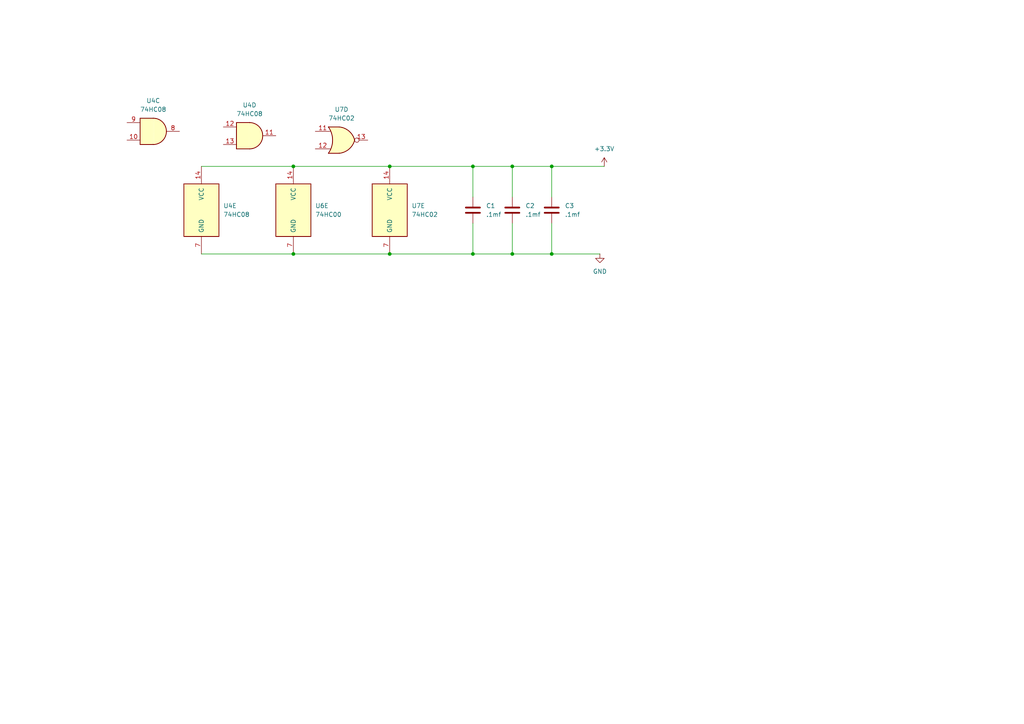
<source format=kicad_sch>
(kicad_sch
	(version 20231120)
	(generator "eeschema")
	(generator_version "8.0")
	(uuid "146b3de4-fe5f-4965-9764-405a4c96069f")
	(paper "A4")
	(lib_symbols
		(symbol "74xx:74HC00"
			(pin_names
				(offset 1.016)
			)
			(exclude_from_sim no)
			(in_bom yes)
			(on_board yes)
			(property "Reference" "U"
				(at 0 1.27 0)
				(effects
					(font
						(size 1.27 1.27)
					)
				)
			)
			(property "Value" "74HC00"
				(at 0 -1.27 0)
				(effects
					(font
						(size 1.27 1.27)
					)
				)
			)
			(property "Footprint" ""
				(at 0 0 0)
				(effects
					(font
						(size 1.27 1.27)
					)
					(hide yes)
				)
			)
			(property "Datasheet" "http://www.ti.com/lit/gpn/sn74hc00"
				(at 0 0 0)
				(effects
					(font
						(size 1.27 1.27)
					)
					(hide yes)
				)
			)
			(property "Description" "quad 2-input NAND gate"
				(at 0 0 0)
				(effects
					(font
						(size 1.27 1.27)
					)
					(hide yes)
				)
			)
			(property "ki_locked" ""
				(at 0 0 0)
				(effects
					(font
						(size 1.27 1.27)
					)
				)
			)
			(property "ki_keywords" "HCMOS nand 2-input"
				(at 0 0 0)
				(effects
					(font
						(size 1.27 1.27)
					)
					(hide yes)
				)
			)
			(property "ki_fp_filters" "DIP*W7.62mm* SO14*"
				(at 0 0 0)
				(effects
					(font
						(size 1.27 1.27)
					)
					(hide yes)
				)
			)
			(symbol "74HC00_1_1"
				(arc
					(start 0 -3.81)
					(mid 3.7934 0)
					(end 0 3.81)
					(stroke
						(width 0.254)
						(type default)
					)
					(fill
						(type background)
					)
				)
				(polyline
					(pts
						(xy 0 3.81) (xy -3.81 3.81) (xy -3.81 -3.81) (xy 0 -3.81)
					)
					(stroke
						(width 0.254)
						(type default)
					)
					(fill
						(type background)
					)
				)
				(pin input line
					(at -7.62 2.54 0)
					(length 3.81)
					(name "~"
						(effects
							(font
								(size 1.27 1.27)
							)
						)
					)
					(number "1"
						(effects
							(font
								(size 1.27 1.27)
							)
						)
					)
				)
				(pin input line
					(at -7.62 -2.54 0)
					(length 3.81)
					(name "~"
						(effects
							(font
								(size 1.27 1.27)
							)
						)
					)
					(number "2"
						(effects
							(font
								(size 1.27 1.27)
							)
						)
					)
				)
				(pin output inverted
					(at 7.62 0 180)
					(length 3.81)
					(name "~"
						(effects
							(font
								(size 1.27 1.27)
							)
						)
					)
					(number "3"
						(effects
							(font
								(size 1.27 1.27)
							)
						)
					)
				)
			)
			(symbol "74HC00_1_2"
				(arc
					(start -3.81 -3.81)
					(mid -2.589 0)
					(end -3.81 3.81)
					(stroke
						(width 0.254)
						(type default)
					)
					(fill
						(type none)
					)
				)
				(arc
					(start -0.6096 -3.81)
					(mid 2.1842 -2.5851)
					(end 3.81 0)
					(stroke
						(width 0.254)
						(type default)
					)
					(fill
						(type background)
					)
				)
				(polyline
					(pts
						(xy -3.81 -3.81) (xy -0.635 -3.81)
					)
					(stroke
						(width 0.254)
						(type default)
					)
					(fill
						(type background)
					)
				)
				(polyline
					(pts
						(xy -3.81 3.81) (xy -0.635 3.81)
					)
					(stroke
						(width 0.254)
						(type default)
					)
					(fill
						(type background)
					)
				)
				(polyline
					(pts
						(xy -0.635 3.81) (xy -3.81 3.81) (xy -3.81 3.81) (xy -3.556 3.4036) (xy -3.0226 2.2606) (xy -2.6924 1.0414)
						(xy -2.6162 -0.254) (xy -2.7686 -1.4986) (xy -3.175 -2.7178) (xy -3.81 -3.81) (xy -3.81 -3.81)
						(xy -0.635 -3.81)
					)
					(stroke
						(width -25.4)
						(type default)
					)
					(fill
						(type background)
					)
				)
				(arc
					(start 3.81 0)
					(mid 2.1915 2.5936)
					(end -0.6096 3.81)
					(stroke
						(width 0.254)
						(type default)
					)
					(fill
						(type background)
					)
				)
				(pin input inverted
					(at -7.62 2.54 0)
					(length 4.318)
					(name "~"
						(effects
							(font
								(size 1.27 1.27)
							)
						)
					)
					(number "1"
						(effects
							(font
								(size 1.27 1.27)
							)
						)
					)
				)
				(pin input inverted
					(at -7.62 -2.54 0)
					(length 4.318)
					(name "~"
						(effects
							(font
								(size 1.27 1.27)
							)
						)
					)
					(number "2"
						(effects
							(font
								(size 1.27 1.27)
							)
						)
					)
				)
				(pin output line
					(at 7.62 0 180)
					(length 3.81)
					(name "~"
						(effects
							(font
								(size 1.27 1.27)
							)
						)
					)
					(number "3"
						(effects
							(font
								(size 1.27 1.27)
							)
						)
					)
				)
			)
			(symbol "74HC00_2_1"
				(arc
					(start 0 -3.81)
					(mid 3.7934 0)
					(end 0 3.81)
					(stroke
						(width 0.254)
						(type default)
					)
					(fill
						(type background)
					)
				)
				(polyline
					(pts
						(xy 0 3.81) (xy -3.81 3.81) (xy -3.81 -3.81) (xy 0 -3.81)
					)
					(stroke
						(width 0.254)
						(type default)
					)
					(fill
						(type background)
					)
				)
				(pin input line
					(at -7.62 2.54 0)
					(length 3.81)
					(name "~"
						(effects
							(font
								(size 1.27 1.27)
							)
						)
					)
					(number "4"
						(effects
							(font
								(size 1.27 1.27)
							)
						)
					)
				)
				(pin input line
					(at -7.62 -2.54 0)
					(length 3.81)
					(name "~"
						(effects
							(font
								(size 1.27 1.27)
							)
						)
					)
					(number "5"
						(effects
							(font
								(size 1.27 1.27)
							)
						)
					)
				)
				(pin output inverted
					(at 7.62 0 180)
					(length 3.81)
					(name "~"
						(effects
							(font
								(size 1.27 1.27)
							)
						)
					)
					(number "6"
						(effects
							(font
								(size 1.27 1.27)
							)
						)
					)
				)
			)
			(symbol "74HC00_2_2"
				(arc
					(start -3.81 -3.81)
					(mid -2.589 0)
					(end -3.81 3.81)
					(stroke
						(width 0.254)
						(type default)
					)
					(fill
						(type none)
					)
				)
				(arc
					(start -0.6096 -3.81)
					(mid 2.1842 -2.5851)
					(end 3.81 0)
					(stroke
						(width 0.254)
						(type default)
					)
					(fill
						(type background)
					)
				)
				(polyline
					(pts
						(xy -3.81 -3.81) (xy -0.635 -3.81)
					)
					(stroke
						(width 0.254)
						(type default)
					)
					(fill
						(type background)
					)
				)
				(polyline
					(pts
						(xy -3.81 3.81) (xy -0.635 3.81)
					)
					(stroke
						(width 0.254)
						(type default)
					)
					(fill
						(type background)
					)
				)
				(polyline
					(pts
						(xy -0.635 3.81) (xy -3.81 3.81) (xy -3.81 3.81) (xy -3.556 3.4036) (xy -3.0226 2.2606) (xy -2.6924 1.0414)
						(xy -2.6162 -0.254) (xy -2.7686 -1.4986) (xy -3.175 -2.7178) (xy -3.81 -3.81) (xy -3.81 -3.81)
						(xy -0.635 -3.81)
					)
					(stroke
						(width -25.4)
						(type default)
					)
					(fill
						(type background)
					)
				)
				(arc
					(start 3.81 0)
					(mid 2.1915 2.5936)
					(end -0.6096 3.81)
					(stroke
						(width 0.254)
						(type default)
					)
					(fill
						(type background)
					)
				)
				(pin input inverted
					(at -7.62 2.54 0)
					(length 4.318)
					(name "~"
						(effects
							(font
								(size 1.27 1.27)
							)
						)
					)
					(number "4"
						(effects
							(font
								(size 1.27 1.27)
							)
						)
					)
				)
				(pin input inverted
					(at -7.62 -2.54 0)
					(length 4.318)
					(name "~"
						(effects
							(font
								(size 1.27 1.27)
							)
						)
					)
					(number "5"
						(effects
							(font
								(size 1.27 1.27)
							)
						)
					)
				)
				(pin output line
					(at 7.62 0 180)
					(length 3.81)
					(name "~"
						(effects
							(font
								(size 1.27 1.27)
							)
						)
					)
					(number "6"
						(effects
							(font
								(size 1.27 1.27)
							)
						)
					)
				)
			)
			(symbol "74HC00_3_1"
				(arc
					(start 0 -3.81)
					(mid 3.7934 0)
					(end 0 3.81)
					(stroke
						(width 0.254)
						(type default)
					)
					(fill
						(type background)
					)
				)
				(polyline
					(pts
						(xy 0 3.81) (xy -3.81 3.81) (xy -3.81 -3.81) (xy 0 -3.81)
					)
					(stroke
						(width 0.254)
						(type default)
					)
					(fill
						(type background)
					)
				)
				(pin input line
					(at -7.62 -2.54 0)
					(length 3.81)
					(name "~"
						(effects
							(font
								(size 1.27 1.27)
							)
						)
					)
					(number "10"
						(effects
							(font
								(size 1.27 1.27)
							)
						)
					)
				)
				(pin output inverted
					(at 7.62 0 180)
					(length 3.81)
					(name "~"
						(effects
							(font
								(size 1.27 1.27)
							)
						)
					)
					(number "8"
						(effects
							(font
								(size 1.27 1.27)
							)
						)
					)
				)
				(pin input line
					(at -7.62 2.54 0)
					(length 3.81)
					(name "~"
						(effects
							(font
								(size 1.27 1.27)
							)
						)
					)
					(number "9"
						(effects
							(font
								(size 1.27 1.27)
							)
						)
					)
				)
			)
			(symbol "74HC00_3_2"
				(arc
					(start -3.81 -3.81)
					(mid -2.589 0)
					(end -3.81 3.81)
					(stroke
						(width 0.254)
						(type default)
					)
					(fill
						(type none)
					)
				)
				(arc
					(start -0.6096 -3.81)
					(mid 2.1842 -2.5851)
					(end 3.81 0)
					(stroke
						(width 0.254)
						(type default)
					)
					(fill
						(type background)
					)
				)
				(polyline
					(pts
						(xy -3.81 -3.81) (xy -0.635 -3.81)
					)
					(stroke
						(width 0.254)
						(type default)
					)
					(fill
						(type background)
					)
				)
				(polyline
					(pts
						(xy -3.81 3.81) (xy -0.635 3.81)
					)
					(stroke
						(width 0.254)
						(type default)
					)
					(fill
						(type background)
					)
				)
				(polyline
					(pts
						(xy -0.635 3.81) (xy -3.81 3.81) (xy -3.81 3.81) (xy -3.556 3.4036) (xy -3.0226 2.2606) (xy -2.6924 1.0414)
						(xy -2.6162 -0.254) (xy -2.7686 -1.4986) (xy -3.175 -2.7178) (xy -3.81 -3.81) (xy -3.81 -3.81)
						(xy -0.635 -3.81)
					)
					(stroke
						(width -25.4)
						(type default)
					)
					(fill
						(type background)
					)
				)
				(arc
					(start 3.81 0)
					(mid 2.1915 2.5936)
					(end -0.6096 3.81)
					(stroke
						(width 0.254)
						(type default)
					)
					(fill
						(type background)
					)
				)
				(pin input inverted
					(at -7.62 -2.54 0)
					(length 4.318)
					(name "~"
						(effects
							(font
								(size 1.27 1.27)
							)
						)
					)
					(number "10"
						(effects
							(font
								(size 1.27 1.27)
							)
						)
					)
				)
				(pin output line
					(at 7.62 0 180)
					(length 3.81)
					(name "~"
						(effects
							(font
								(size 1.27 1.27)
							)
						)
					)
					(number "8"
						(effects
							(font
								(size 1.27 1.27)
							)
						)
					)
				)
				(pin input inverted
					(at -7.62 2.54 0)
					(length 4.318)
					(name "~"
						(effects
							(font
								(size 1.27 1.27)
							)
						)
					)
					(number "9"
						(effects
							(font
								(size 1.27 1.27)
							)
						)
					)
				)
			)
			(symbol "74HC00_4_1"
				(arc
					(start 0 -3.81)
					(mid 3.7934 0)
					(end 0 3.81)
					(stroke
						(width 0.254)
						(type default)
					)
					(fill
						(type background)
					)
				)
				(polyline
					(pts
						(xy 0 3.81) (xy -3.81 3.81) (xy -3.81 -3.81) (xy 0 -3.81)
					)
					(stroke
						(width 0.254)
						(type default)
					)
					(fill
						(type background)
					)
				)
				(pin output inverted
					(at 7.62 0 180)
					(length 3.81)
					(name "~"
						(effects
							(font
								(size 1.27 1.27)
							)
						)
					)
					(number "11"
						(effects
							(font
								(size 1.27 1.27)
							)
						)
					)
				)
				(pin input line
					(at -7.62 2.54 0)
					(length 3.81)
					(name "~"
						(effects
							(font
								(size 1.27 1.27)
							)
						)
					)
					(number "12"
						(effects
							(font
								(size 1.27 1.27)
							)
						)
					)
				)
				(pin input line
					(at -7.62 -2.54 0)
					(length 3.81)
					(name "~"
						(effects
							(font
								(size 1.27 1.27)
							)
						)
					)
					(number "13"
						(effects
							(font
								(size 1.27 1.27)
							)
						)
					)
				)
			)
			(symbol "74HC00_4_2"
				(arc
					(start -3.81 -3.81)
					(mid -2.589 0)
					(end -3.81 3.81)
					(stroke
						(width 0.254)
						(type default)
					)
					(fill
						(type none)
					)
				)
				(arc
					(start -0.6096 -3.81)
					(mid 2.1842 -2.5851)
					(end 3.81 0)
					(stroke
						(width 0.254)
						(type default)
					)
					(fill
						(type background)
					)
				)
				(polyline
					(pts
						(xy -3.81 -3.81) (xy -0.635 -3.81)
					)
					(stroke
						(width 0.254)
						(type default)
					)
					(fill
						(type background)
					)
				)
				(polyline
					(pts
						(xy -3.81 3.81) (xy -0.635 3.81)
					)
					(stroke
						(width 0.254)
						(type default)
					)
					(fill
						(type background)
					)
				)
				(polyline
					(pts
						(xy -0.635 3.81) (xy -3.81 3.81) (xy -3.81 3.81) (xy -3.556 3.4036) (xy -3.0226 2.2606) (xy -2.6924 1.0414)
						(xy -2.6162 -0.254) (xy -2.7686 -1.4986) (xy -3.175 -2.7178) (xy -3.81 -3.81) (xy -3.81 -3.81)
						(xy -0.635 -3.81)
					)
					(stroke
						(width -25.4)
						(type default)
					)
					(fill
						(type background)
					)
				)
				(arc
					(start 3.81 0)
					(mid 2.1915 2.5936)
					(end -0.6096 3.81)
					(stroke
						(width 0.254)
						(type default)
					)
					(fill
						(type background)
					)
				)
				(pin output line
					(at 7.62 0 180)
					(length 3.81)
					(name "~"
						(effects
							(font
								(size 1.27 1.27)
							)
						)
					)
					(number "11"
						(effects
							(font
								(size 1.27 1.27)
							)
						)
					)
				)
				(pin input inverted
					(at -7.62 2.54 0)
					(length 4.318)
					(name "~"
						(effects
							(font
								(size 1.27 1.27)
							)
						)
					)
					(number "12"
						(effects
							(font
								(size 1.27 1.27)
							)
						)
					)
				)
				(pin input inverted
					(at -7.62 -2.54 0)
					(length 4.318)
					(name "~"
						(effects
							(font
								(size 1.27 1.27)
							)
						)
					)
					(number "13"
						(effects
							(font
								(size 1.27 1.27)
							)
						)
					)
				)
			)
			(symbol "74HC00_5_0"
				(pin power_in line
					(at 0 12.7 270)
					(length 5.08)
					(name "VCC"
						(effects
							(font
								(size 1.27 1.27)
							)
						)
					)
					(number "14"
						(effects
							(font
								(size 1.27 1.27)
							)
						)
					)
				)
				(pin power_in line
					(at 0 -12.7 90)
					(length 5.08)
					(name "GND"
						(effects
							(font
								(size 1.27 1.27)
							)
						)
					)
					(number "7"
						(effects
							(font
								(size 1.27 1.27)
							)
						)
					)
				)
			)
			(symbol "74HC00_5_1"
				(rectangle
					(start -5.08 7.62)
					(end 5.08 -7.62)
					(stroke
						(width 0.254)
						(type default)
					)
					(fill
						(type background)
					)
				)
			)
		)
		(symbol "74xx:74HC02"
			(pin_names
				(offset 1.016)
			)
			(exclude_from_sim no)
			(in_bom yes)
			(on_board yes)
			(property "Reference" "U"
				(at 0 1.27 0)
				(effects
					(font
						(size 1.27 1.27)
					)
				)
			)
			(property "Value" "74HC02"
				(at 0 -1.27 0)
				(effects
					(font
						(size 1.27 1.27)
					)
				)
			)
			(property "Footprint" ""
				(at 0 0 0)
				(effects
					(font
						(size 1.27 1.27)
					)
					(hide yes)
				)
			)
			(property "Datasheet" "http://www.ti.com/lit/gpn/sn74hc02"
				(at 0 0 0)
				(effects
					(font
						(size 1.27 1.27)
					)
					(hide yes)
				)
			)
			(property "Description" "quad 2-input NOR gate"
				(at 0 0 0)
				(effects
					(font
						(size 1.27 1.27)
					)
					(hide yes)
				)
			)
			(property "ki_locked" ""
				(at 0 0 0)
				(effects
					(font
						(size 1.27 1.27)
					)
				)
			)
			(property "ki_keywords" "HCMOS Nor2"
				(at 0 0 0)
				(effects
					(font
						(size 1.27 1.27)
					)
					(hide yes)
				)
			)
			(property "ki_fp_filters" "SO14* DIP*W7.62mm*"
				(at 0 0 0)
				(effects
					(font
						(size 1.27 1.27)
					)
					(hide yes)
				)
			)
			(symbol "74HC02_1_1"
				(arc
					(start -3.81 -3.81)
					(mid -2.589 0)
					(end -3.81 3.81)
					(stroke
						(width 0.254)
						(type default)
					)
					(fill
						(type none)
					)
				)
				(arc
					(start -0.6096 -3.81)
					(mid 2.1842 -2.5851)
					(end 3.81 0)
					(stroke
						(width 0.254)
						(type default)
					)
					(fill
						(type background)
					)
				)
				(polyline
					(pts
						(xy -3.81 -3.81) (xy -0.635 -3.81)
					)
					(stroke
						(width 0.254)
						(type default)
					)
					(fill
						(type background)
					)
				)
				(polyline
					(pts
						(xy -3.81 3.81) (xy -0.635 3.81)
					)
					(stroke
						(width 0.254)
						(type default)
					)
					(fill
						(type background)
					)
				)
				(polyline
					(pts
						(xy -0.635 3.81) (xy -3.81 3.81) (xy -3.81 3.81) (xy -3.556 3.4036) (xy -3.0226 2.2606) (xy -2.6924 1.0414)
						(xy -2.6162 -0.254) (xy -2.7686 -1.4986) (xy -3.175 -2.7178) (xy -3.81 -3.81) (xy -3.81 -3.81)
						(xy -0.635 -3.81)
					)
					(stroke
						(width -25.4)
						(type default)
					)
					(fill
						(type background)
					)
				)
				(arc
					(start 3.81 0)
					(mid 2.1915 2.5936)
					(end -0.6096 3.81)
					(stroke
						(width 0.254)
						(type default)
					)
					(fill
						(type background)
					)
				)
				(pin output inverted
					(at 7.62 0 180)
					(length 3.81)
					(name "~"
						(effects
							(font
								(size 1.27 1.27)
							)
						)
					)
					(number "1"
						(effects
							(font
								(size 1.27 1.27)
							)
						)
					)
				)
				(pin input line
					(at -7.62 2.54 0)
					(length 4.318)
					(name "~"
						(effects
							(font
								(size 1.27 1.27)
							)
						)
					)
					(number "2"
						(effects
							(font
								(size 1.27 1.27)
							)
						)
					)
				)
				(pin input line
					(at -7.62 -2.54 0)
					(length 4.318)
					(name "~"
						(effects
							(font
								(size 1.27 1.27)
							)
						)
					)
					(number "3"
						(effects
							(font
								(size 1.27 1.27)
							)
						)
					)
				)
			)
			(symbol "74HC02_1_2"
				(arc
					(start 0 -3.81)
					(mid 3.7934 0)
					(end 0 3.81)
					(stroke
						(width 0.254)
						(type default)
					)
					(fill
						(type background)
					)
				)
				(polyline
					(pts
						(xy 0 3.81) (xy -3.81 3.81) (xy -3.81 -3.81) (xy 0 -3.81)
					)
					(stroke
						(width 0.254)
						(type default)
					)
					(fill
						(type background)
					)
				)
				(pin output line
					(at 7.62 0 180)
					(length 3.81)
					(name "~"
						(effects
							(font
								(size 1.27 1.27)
							)
						)
					)
					(number "1"
						(effects
							(font
								(size 1.27 1.27)
							)
						)
					)
				)
				(pin input inverted
					(at -7.62 2.54 0)
					(length 3.81)
					(name "~"
						(effects
							(font
								(size 1.27 1.27)
							)
						)
					)
					(number "2"
						(effects
							(font
								(size 1.27 1.27)
							)
						)
					)
				)
				(pin input inverted
					(at -7.62 -2.54 0)
					(length 3.81)
					(name "~"
						(effects
							(font
								(size 1.27 1.27)
							)
						)
					)
					(number "3"
						(effects
							(font
								(size 1.27 1.27)
							)
						)
					)
				)
			)
			(symbol "74HC02_2_1"
				(arc
					(start -3.81 -3.81)
					(mid -2.589 0)
					(end -3.81 3.81)
					(stroke
						(width 0.254)
						(type default)
					)
					(fill
						(type none)
					)
				)
				(arc
					(start -0.6096 -3.81)
					(mid 2.1842 -2.5851)
					(end 3.81 0)
					(stroke
						(width 0.254)
						(type default)
					)
					(fill
						(type background)
					)
				)
				(polyline
					(pts
						(xy -3.81 -3.81) (xy -0.635 -3.81)
					)
					(stroke
						(width 0.254)
						(type default)
					)
					(fill
						(type background)
					)
				)
				(polyline
					(pts
						(xy -3.81 3.81) (xy -0.635 3.81)
					)
					(stroke
						(width 0.254)
						(type default)
					)
					(fill
						(type background)
					)
				)
				(polyline
					(pts
						(xy -0.635 3.81) (xy -3.81 3.81) (xy -3.81 3.81) (xy -3.556 3.4036) (xy -3.0226 2.2606) (xy -2.6924 1.0414)
						(xy -2.6162 -0.254) (xy -2.7686 -1.4986) (xy -3.175 -2.7178) (xy -3.81 -3.81) (xy -3.81 -3.81)
						(xy -0.635 -3.81)
					)
					(stroke
						(width -25.4)
						(type default)
					)
					(fill
						(type background)
					)
				)
				(arc
					(start 3.81 0)
					(mid 2.1915 2.5936)
					(end -0.6096 3.81)
					(stroke
						(width 0.254)
						(type default)
					)
					(fill
						(type background)
					)
				)
				(pin output inverted
					(at 7.62 0 180)
					(length 3.81)
					(name "~"
						(effects
							(font
								(size 1.27 1.27)
							)
						)
					)
					(number "4"
						(effects
							(font
								(size 1.27 1.27)
							)
						)
					)
				)
				(pin input line
					(at -7.62 2.54 0)
					(length 4.318)
					(name "~"
						(effects
							(font
								(size 1.27 1.27)
							)
						)
					)
					(number "5"
						(effects
							(font
								(size 1.27 1.27)
							)
						)
					)
				)
				(pin input line
					(at -7.62 -2.54 0)
					(length 4.318)
					(name "~"
						(effects
							(font
								(size 1.27 1.27)
							)
						)
					)
					(number "6"
						(effects
							(font
								(size 1.27 1.27)
							)
						)
					)
				)
			)
			(symbol "74HC02_2_2"
				(arc
					(start 0 -3.81)
					(mid 3.7934 0)
					(end 0 3.81)
					(stroke
						(width 0.254)
						(type default)
					)
					(fill
						(type background)
					)
				)
				(polyline
					(pts
						(xy 0 3.81) (xy -3.81 3.81) (xy -3.81 -3.81) (xy 0 -3.81)
					)
					(stroke
						(width 0.254)
						(type default)
					)
					(fill
						(type background)
					)
				)
				(pin output line
					(at 7.62 0 180)
					(length 3.81)
					(name "~"
						(effects
							(font
								(size 1.27 1.27)
							)
						)
					)
					(number "4"
						(effects
							(font
								(size 1.27 1.27)
							)
						)
					)
				)
				(pin input inverted
					(at -7.62 2.54 0)
					(length 3.81)
					(name "~"
						(effects
							(font
								(size 1.27 1.27)
							)
						)
					)
					(number "5"
						(effects
							(font
								(size 1.27 1.27)
							)
						)
					)
				)
				(pin input inverted
					(at -7.62 -2.54 0)
					(length 3.81)
					(name "~"
						(effects
							(font
								(size 1.27 1.27)
							)
						)
					)
					(number "6"
						(effects
							(font
								(size 1.27 1.27)
							)
						)
					)
				)
			)
			(symbol "74HC02_3_1"
				(arc
					(start -3.81 -3.81)
					(mid -2.589 0)
					(end -3.81 3.81)
					(stroke
						(width 0.254)
						(type default)
					)
					(fill
						(type none)
					)
				)
				(arc
					(start -0.6096 -3.81)
					(mid 2.1842 -2.5851)
					(end 3.81 0)
					(stroke
						(width 0.254)
						(type default)
					)
					(fill
						(type background)
					)
				)
				(polyline
					(pts
						(xy -3.81 -3.81) (xy -0.635 -3.81)
					)
					(stroke
						(width 0.254)
						(type default)
					)
					(fill
						(type background)
					)
				)
				(polyline
					(pts
						(xy -3.81 3.81) (xy -0.635 3.81)
					)
					(stroke
						(width 0.254)
						(type default)
					)
					(fill
						(type background)
					)
				)
				(polyline
					(pts
						(xy -0.635 3.81) (xy -3.81 3.81) (xy -3.81 3.81) (xy -3.556 3.4036) (xy -3.0226 2.2606) (xy -2.6924 1.0414)
						(xy -2.6162 -0.254) (xy -2.7686 -1.4986) (xy -3.175 -2.7178) (xy -3.81 -3.81) (xy -3.81 -3.81)
						(xy -0.635 -3.81)
					)
					(stroke
						(width -25.4)
						(type default)
					)
					(fill
						(type background)
					)
				)
				(arc
					(start 3.81 0)
					(mid 2.1915 2.5936)
					(end -0.6096 3.81)
					(stroke
						(width 0.254)
						(type default)
					)
					(fill
						(type background)
					)
				)
				(pin output inverted
					(at 7.62 0 180)
					(length 3.81)
					(name "~"
						(effects
							(font
								(size 1.27 1.27)
							)
						)
					)
					(number "10"
						(effects
							(font
								(size 1.27 1.27)
							)
						)
					)
				)
				(pin input line
					(at -7.62 2.54 0)
					(length 4.318)
					(name "~"
						(effects
							(font
								(size 1.27 1.27)
							)
						)
					)
					(number "8"
						(effects
							(font
								(size 1.27 1.27)
							)
						)
					)
				)
				(pin input line
					(at -7.62 -2.54 0)
					(length 4.318)
					(name "~"
						(effects
							(font
								(size 1.27 1.27)
							)
						)
					)
					(number "9"
						(effects
							(font
								(size 1.27 1.27)
							)
						)
					)
				)
			)
			(symbol "74HC02_3_2"
				(arc
					(start 0 -3.81)
					(mid 3.7934 0)
					(end 0 3.81)
					(stroke
						(width 0.254)
						(type default)
					)
					(fill
						(type background)
					)
				)
				(polyline
					(pts
						(xy 0 3.81) (xy -3.81 3.81) (xy -3.81 -3.81) (xy 0 -3.81)
					)
					(stroke
						(width 0.254)
						(type default)
					)
					(fill
						(type background)
					)
				)
				(pin output line
					(at 7.62 0 180)
					(length 3.81)
					(name "~"
						(effects
							(font
								(size 1.27 1.27)
							)
						)
					)
					(number "10"
						(effects
							(font
								(size 1.27 1.27)
							)
						)
					)
				)
				(pin input inverted
					(at -7.62 2.54 0)
					(length 3.81)
					(name "~"
						(effects
							(font
								(size 1.27 1.27)
							)
						)
					)
					(number "8"
						(effects
							(font
								(size 1.27 1.27)
							)
						)
					)
				)
				(pin input inverted
					(at -7.62 -2.54 0)
					(length 3.81)
					(name "~"
						(effects
							(font
								(size 1.27 1.27)
							)
						)
					)
					(number "9"
						(effects
							(font
								(size 1.27 1.27)
							)
						)
					)
				)
			)
			(symbol "74HC02_4_1"
				(arc
					(start -3.81 -3.81)
					(mid -2.589 0)
					(end -3.81 3.81)
					(stroke
						(width 0.254)
						(type default)
					)
					(fill
						(type none)
					)
				)
				(arc
					(start -0.6096 -3.81)
					(mid 2.1842 -2.5851)
					(end 3.81 0)
					(stroke
						(width 0.254)
						(type default)
					)
					(fill
						(type background)
					)
				)
				(polyline
					(pts
						(xy -3.81 -3.81) (xy -0.635 -3.81)
					)
					(stroke
						(width 0.254)
						(type default)
					)
					(fill
						(type background)
					)
				)
				(polyline
					(pts
						(xy -3.81 3.81) (xy -0.635 3.81)
					)
					(stroke
						(width 0.254)
						(type default)
					)
					(fill
						(type background)
					)
				)
				(polyline
					(pts
						(xy -0.635 3.81) (xy -3.81 3.81) (xy -3.81 3.81) (xy -3.556 3.4036) (xy -3.0226 2.2606) (xy -2.6924 1.0414)
						(xy -2.6162 -0.254) (xy -2.7686 -1.4986) (xy -3.175 -2.7178) (xy -3.81 -3.81) (xy -3.81 -3.81)
						(xy -0.635 -3.81)
					)
					(stroke
						(width -25.4)
						(type default)
					)
					(fill
						(type background)
					)
				)
				(arc
					(start 3.81 0)
					(mid 2.1915 2.5936)
					(end -0.6096 3.81)
					(stroke
						(width 0.254)
						(type default)
					)
					(fill
						(type background)
					)
				)
				(pin input line
					(at -7.62 2.54 0)
					(length 4.318)
					(name "~"
						(effects
							(font
								(size 1.27 1.27)
							)
						)
					)
					(number "11"
						(effects
							(font
								(size 1.27 1.27)
							)
						)
					)
				)
				(pin input line
					(at -7.62 -2.54 0)
					(length 4.318)
					(name "~"
						(effects
							(font
								(size 1.27 1.27)
							)
						)
					)
					(number "12"
						(effects
							(font
								(size 1.27 1.27)
							)
						)
					)
				)
				(pin output inverted
					(at 7.62 0 180)
					(length 3.81)
					(name "~"
						(effects
							(font
								(size 1.27 1.27)
							)
						)
					)
					(number "13"
						(effects
							(font
								(size 1.27 1.27)
							)
						)
					)
				)
			)
			(symbol "74HC02_4_2"
				(arc
					(start 0 -3.81)
					(mid 3.7934 0)
					(end 0 3.81)
					(stroke
						(width 0.254)
						(type default)
					)
					(fill
						(type background)
					)
				)
				(polyline
					(pts
						(xy 0 3.81) (xy -3.81 3.81) (xy -3.81 -3.81) (xy 0 -3.81)
					)
					(stroke
						(width 0.254)
						(type default)
					)
					(fill
						(type background)
					)
				)
				(pin input inverted
					(at -7.62 2.54 0)
					(length 3.81)
					(name "~"
						(effects
							(font
								(size 1.27 1.27)
							)
						)
					)
					(number "11"
						(effects
							(font
								(size 1.27 1.27)
							)
						)
					)
				)
				(pin input inverted
					(at -7.62 -2.54 0)
					(length 3.81)
					(name "~"
						(effects
							(font
								(size 1.27 1.27)
							)
						)
					)
					(number "12"
						(effects
							(font
								(size 1.27 1.27)
							)
						)
					)
				)
				(pin output line
					(at 7.62 0 180)
					(length 3.81)
					(name "~"
						(effects
							(font
								(size 1.27 1.27)
							)
						)
					)
					(number "13"
						(effects
							(font
								(size 1.27 1.27)
							)
						)
					)
				)
			)
			(symbol "74HC02_5_0"
				(pin power_in line
					(at 0 12.7 270)
					(length 5.08)
					(name "VCC"
						(effects
							(font
								(size 1.27 1.27)
							)
						)
					)
					(number "14"
						(effects
							(font
								(size 1.27 1.27)
							)
						)
					)
				)
				(pin power_in line
					(at 0 -12.7 90)
					(length 5.08)
					(name "GND"
						(effects
							(font
								(size 1.27 1.27)
							)
						)
					)
					(number "7"
						(effects
							(font
								(size 1.27 1.27)
							)
						)
					)
				)
			)
			(symbol "74HC02_5_1"
				(rectangle
					(start -5.08 7.62)
					(end 5.08 -7.62)
					(stroke
						(width 0.254)
						(type default)
					)
					(fill
						(type background)
					)
				)
			)
		)
		(symbol "74xx:74LS08"
			(pin_names
				(offset 1.016)
			)
			(exclude_from_sim no)
			(in_bom yes)
			(on_board yes)
			(property "Reference" "U"
				(at 0 1.27 0)
				(effects
					(font
						(size 1.27 1.27)
					)
				)
			)
			(property "Value" "74LS08"
				(at 0 -1.27 0)
				(effects
					(font
						(size 1.27 1.27)
					)
				)
			)
			(property "Footprint" ""
				(at 0 0 0)
				(effects
					(font
						(size 1.27 1.27)
					)
					(hide yes)
				)
			)
			(property "Datasheet" "http://www.ti.com/lit/gpn/sn74LS08"
				(at 0 0 0)
				(effects
					(font
						(size 1.27 1.27)
					)
					(hide yes)
				)
			)
			(property "Description" "Quad And2"
				(at 0 0 0)
				(effects
					(font
						(size 1.27 1.27)
					)
					(hide yes)
				)
			)
			(property "ki_locked" ""
				(at 0 0 0)
				(effects
					(font
						(size 1.27 1.27)
					)
				)
			)
			(property "ki_keywords" "TTL and2"
				(at 0 0 0)
				(effects
					(font
						(size 1.27 1.27)
					)
					(hide yes)
				)
			)
			(property "ki_fp_filters" "DIP*W7.62mm*"
				(at 0 0 0)
				(effects
					(font
						(size 1.27 1.27)
					)
					(hide yes)
				)
			)
			(symbol "74LS08_1_1"
				(arc
					(start 0 -3.81)
					(mid 3.7934 0)
					(end 0 3.81)
					(stroke
						(width 0.254)
						(type default)
					)
					(fill
						(type background)
					)
				)
				(polyline
					(pts
						(xy 0 3.81) (xy -3.81 3.81) (xy -3.81 -3.81) (xy 0 -3.81)
					)
					(stroke
						(width 0.254)
						(type default)
					)
					(fill
						(type background)
					)
				)
				(pin input line
					(at -7.62 2.54 0)
					(length 3.81)
					(name "~"
						(effects
							(font
								(size 1.27 1.27)
							)
						)
					)
					(number "1"
						(effects
							(font
								(size 1.27 1.27)
							)
						)
					)
				)
				(pin input line
					(at -7.62 -2.54 0)
					(length 3.81)
					(name "~"
						(effects
							(font
								(size 1.27 1.27)
							)
						)
					)
					(number "2"
						(effects
							(font
								(size 1.27 1.27)
							)
						)
					)
				)
				(pin output line
					(at 7.62 0 180)
					(length 3.81)
					(name "~"
						(effects
							(font
								(size 1.27 1.27)
							)
						)
					)
					(number "3"
						(effects
							(font
								(size 1.27 1.27)
							)
						)
					)
				)
			)
			(symbol "74LS08_1_2"
				(arc
					(start -3.81 -3.81)
					(mid -2.589 0)
					(end -3.81 3.81)
					(stroke
						(width 0.254)
						(type default)
					)
					(fill
						(type none)
					)
				)
				(arc
					(start -0.6096 -3.81)
					(mid 2.1842 -2.5851)
					(end 3.81 0)
					(stroke
						(width 0.254)
						(type default)
					)
					(fill
						(type background)
					)
				)
				(polyline
					(pts
						(xy -3.81 -3.81) (xy -0.635 -3.81)
					)
					(stroke
						(width 0.254)
						(type default)
					)
					(fill
						(type background)
					)
				)
				(polyline
					(pts
						(xy -3.81 3.81) (xy -0.635 3.81)
					)
					(stroke
						(width 0.254)
						(type default)
					)
					(fill
						(type background)
					)
				)
				(polyline
					(pts
						(xy -0.635 3.81) (xy -3.81 3.81) (xy -3.81 3.81) (xy -3.556 3.4036) (xy -3.0226 2.2606) (xy -2.6924 1.0414)
						(xy -2.6162 -0.254) (xy -2.7686 -1.4986) (xy -3.175 -2.7178) (xy -3.81 -3.81) (xy -3.81 -3.81)
						(xy -0.635 -3.81)
					)
					(stroke
						(width -25.4)
						(type default)
					)
					(fill
						(type background)
					)
				)
				(arc
					(start 3.81 0)
					(mid 2.1915 2.5936)
					(end -0.6096 3.81)
					(stroke
						(width 0.254)
						(type default)
					)
					(fill
						(type background)
					)
				)
				(pin input inverted
					(at -7.62 2.54 0)
					(length 4.318)
					(name "~"
						(effects
							(font
								(size 1.27 1.27)
							)
						)
					)
					(number "1"
						(effects
							(font
								(size 1.27 1.27)
							)
						)
					)
				)
				(pin input inverted
					(at -7.62 -2.54 0)
					(length 4.318)
					(name "~"
						(effects
							(font
								(size 1.27 1.27)
							)
						)
					)
					(number "2"
						(effects
							(font
								(size 1.27 1.27)
							)
						)
					)
				)
				(pin output inverted
					(at 7.62 0 180)
					(length 3.81)
					(name "~"
						(effects
							(font
								(size 1.27 1.27)
							)
						)
					)
					(number "3"
						(effects
							(font
								(size 1.27 1.27)
							)
						)
					)
				)
			)
			(symbol "74LS08_2_1"
				(arc
					(start 0 -3.81)
					(mid 3.7934 0)
					(end 0 3.81)
					(stroke
						(width 0.254)
						(type default)
					)
					(fill
						(type background)
					)
				)
				(polyline
					(pts
						(xy 0 3.81) (xy -3.81 3.81) (xy -3.81 -3.81) (xy 0 -3.81)
					)
					(stroke
						(width 0.254)
						(type default)
					)
					(fill
						(type background)
					)
				)
				(pin input line
					(at -7.62 2.54 0)
					(length 3.81)
					(name "~"
						(effects
							(font
								(size 1.27 1.27)
							)
						)
					)
					(number "4"
						(effects
							(font
								(size 1.27 1.27)
							)
						)
					)
				)
				(pin input line
					(at -7.62 -2.54 0)
					(length 3.81)
					(name "~"
						(effects
							(font
								(size 1.27 1.27)
							)
						)
					)
					(number "5"
						(effects
							(font
								(size 1.27 1.27)
							)
						)
					)
				)
				(pin output line
					(at 7.62 0 180)
					(length 3.81)
					(name "~"
						(effects
							(font
								(size 1.27 1.27)
							)
						)
					)
					(number "6"
						(effects
							(font
								(size 1.27 1.27)
							)
						)
					)
				)
			)
			(symbol "74LS08_2_2"
				(arc
					(start -3.81 -3.81)
					(mid -2.589 0)
					(end -3.81 3.81)
					(stroke
						(width 0.254)
						(type default)
					)
					(fill
						(type none)
					)
				)
				(arc
					(start -0.6096 -3.81)
					(mid 2.1842 -2.5851)
					(end 3.81 0)
					(stroke
						(width 0.254)
						(type default)
					)
					(fill
						(type background)
					)
				)
				(polyline
					(pts
						(xy -3.81 -3.81) (xy -0.635 -3.81)
					)
					(stroke
						(width 0.254)
						(type default)
					)
					(fill
						(type background)
					)
				)
				(polyline
					(pts
						(xy -3.81 3.81) (xy -0.635 3.81)
					)
					(stroke
						(width 0.254)
						(type default)
					)
					(fill
						(type background)
					)
				)
				(polyline
					(pts
						(xy -0.635 3.81) (xy -3.81 3.81) (xy -3.81 3.81) (xy -3.556 3.4036) (xy -3.0226 2.2606) (xy -2.6924 1.0414)
						(xy -2.6162 -0.254) (xy -2.7686 -1.4986) (xy -3.175 -2.7178) (xy -3.81 -3.81) (xy -3.81 -3.81)
						(xy -0.635 -3.81)
					)
					(stroke
						(width -25.4)
						(type default)
					)
					(fill
						(type background)
					)
				)
				(arc
					(start 3.81 0)
					(mid 2.1915 2.5936)
					(end -0.6096 3.81)
					(stroke
						(width 0.254)
						(type default)
					)
					(fill
						(type background)
					)
				)
				(pin input inverted
					(at -7.62 2.54 0)
					(length 4.318)
					(name "~"
						(effects
							(font
								(size 1.27 1.27)
							)
						)
					)
					(number "4"
						(effects
							(font
								(size 1.27 1.27)
							)
						)
					)
				)
				(pin input inverted
					(at -7.62 -2.54 0)
					(length 4.318)
					(name "~"
						(effects
							(font
								(size 1.27 1.27)
							)
						)
					)
					(number "5"
						(effects
							(font
								(size 1.27 1.27)
							)
						)
					)
				)
				(pin output inverted
					(at 7.62 0 180)
					(length 3.81)
					(name "~"
						(effects
							(font
								(size 1.27 1.27)
							)
						)
					)
					(number "6"
						(effects
							(font
								(size 1.27 1.27)
							)
						)
					)
				)
			)
			(symbol "74LS08_3_1"
				(arc
					(start 0 -3.81)
					(mid 3.7934 0)
					(end 0 3.81)
					(stroke
						(width 0.254)
						(type default)
					)
					(fill
						(type background)
					)
				)
				(polyline
					(pts
						(xy 0 3.81) (xy -3.81 3.81) (xy -3.81 -3.81) (xy 0 -3.81)
					)
					(stroke
						(width 0.254)
						(type default)
					)
					(fill
						(type background)
					)
				)
				(pin input line
					(at -7.62 -2.54 0)
					(length 3.81)
					(name "~"
						(effects
							(font
								(size 1.27 1.27)
							)
						)
					)
					(number "10"
						(effects
							(font
								(size 1.27 1.27)
							)
						)
					)
				)
				(pin output line
					(at 7.62 0 180)
					(length 3.81)
					(name "~"
						(effects
							(font
								(size 1.27 1.27)
							)
						)
					)
					(number "8"
						(effects
							(font
								(size 1.27 1.27)
							)
						)
					)
				)
				(pin input line
					(at -7.62 2.54 0)
					(length 3.81)
					(name "~"
						(effects
							(font
								(size 1.27 1.27)
							)
						)
					)
					(number "9"
						(effects
							(font
								(size 1.27 1.27)
							)
						)
					)
				)
			)
			(symbol "74LS08_3_2"
				(arc
					(start -3.81 -3.81)
					(mid -2.589 0)
					(end -3.81 3.81)
					(stroke
						(width 0.254)
						(type default)
					)
					(fill
						(type none)
					)
				)
				(arc
					(start -0.6096 -3.81)
					(mid 2.1842 -2.5851)
					(end 3.81 0)
					(stroke
						(width 0.254)
						(type default)
					)
					(fill
						(type background)
					)
				)
				(polyline
					(pts
						(xy -3.81 -3.81) (xy -0.635 -3.81)
					)
					(stroke
						(width 0.254)
						(type default)
					)
					(fill
						(type background)
					)
				)
				(polyline
					(pts
						(xy -3.81 3.81) (xy -0.635 3.81)
					)
					(stroke
						(width 0.254)
						(type default)
					)
					(fill
						(type background)
					)
				)
				(polyline
					(pts
						(xy -0.635 3.81) (xy -3.81 3.81) (xy -3.81 3.81) (xy -3.556 3.4036) (xy -3.0226 2.2606) (xy -2.6924 1.0414)
						(xy -2.6162 -0.254) (xy -2.7686 -1.4986) (xy -3.175 -2.7178) (xy -3.81 -3.81) (xy -3.81 -3.81)
						(xy -0.635 -3.81)
					)
					(stroke
						(width -25.4)
						(type default)
					)
					(fill
						(type background)
					)
				)
				(arc
					(start 3.81 0)
					(mid 2.1915 2.5936)
					(end -0.6096 3.81)
					(stroke
						(width 0.254)
						(type default)
					)
					(fill
						(type background)
					)
				)
				(pin input inverted
					(at -7.62 -2.54 0)
					(length 4.318)
					(name "~"
						(effects
							(font
								(size 1.27 1.27)
							)
						)
					)
					(number "10"
						(effects
							(font
								(size 1.27 1.27)
							)
						)
					)
				)
				(pin output inverted
					(at 7.62 0 180)
					(length 3.81)
					(name "~"
						(effects
							(font
								(size 1.27 1.27)
							)
						)
					)
					(number "8"
						(effects
							(font
								(size 1.27 1.27)
							)
						)
					)
				)
				(pin input inverted
					(at -7.62 2.54 0)
					(length 4.318)
					(name "~"
						(effects
							(font
								(size 1.27 1.27)
							)
						)
					)
					(number "9"
						(effects
							(font
								(size 1.27 1.27)
							)
						)
					)
				)
			)
			(symbol "74LS08_4_1"
				(arc
					(start 0 -3.81)
					(mid 3.7934 0)
					(end 0 3.81)
					(stroke
						(width 0.254)
						(type default)
					)
					(fill
						(type background)
					)
				)
				(polyline
					(pts
						(xy 0 3.81) (xy -3.81 3.81) (xy -3.81 -3.81) (xy 0 -3.81)
					)
					(stroke
						(width 0.254)
						(type default)
					)
					(fill
						(type background)
					)
				)
				(pin output line
					(at 7.62 0 180)
					(length 3.81)
					(name "~"
						(effects
							(font
								(size 1.27 1.27)
							)
						)
					)
					(number "11"
						(effects
							(font
								(size 1.27 1.27)
							)
						)
					)
				)
				(pin input line
					(at -7.62 2.54 0)
					(length 3.81)
					(name "~"
						(effects
							(font
								(size 1.27 1.27)
							)
						)
					)
					(number "12"
						(effects
							(font
								(size 1.27 1.27)
							)
						)
					)
				)
				(pin input line
					(at -7.62 -2.54 0)
					(length 3.81)
					(name "~"
						(effects
							(font
								(size 1.27 1.27)
							)
						)
					)
					(number "13"
						(effects
							(font
								(size 1.27 1.27)
							)
						)
					)
				)
			)
			(symbol "74LS08_4_2"
				(arc
					(start -3.81 -3.81)
					(mid -2.589 0)
					(end -3.81 3.81)
					(stroke
						(width 0.254)
						(type default)
					)
					(fill
						(type none)
					)
				)
				(arc
					(start -0.6096 -3.81)
					(mid 2.1842 -2.5851)
					(end 3.81 0)
					(stroke
						(width 0.254)
						(type default)
					)
					(fill
						(type background)
					)
				)
				(polyline
					(pts
						(xy -3.81 -3.81) (xy -0.635 -3.81)
					)
					(stroke
						(width 0.254)
						(type default)
					)
					(fill
						(type background)
					)
				)
				(polyline
					(pts
						(xy -3.81 3.81) (xy -0.635 3.81)
					)
					(stroke
						(width 0.254)
						(type default)
					)
					(fill
						(type background)
					)
				)
				(polyline
					(pts
						(xy -0.635 3.81) (xy -3.81 3.81) (xy -3.81 3.81) (xy -3.556 3.4036) (xy -3.0226 2.2606) (xy -2.6924 1.0414)
						(xy -2.6162 -0.254) (xy -2.7686 -1.4986) (xy -3.175 -2.7178) (xy -3.81 -3.81) (xy -3.81 -3.81)
						(xy -0.635 -3.81)
					)
					(stroke
						(width -25.4)
						(type default)
					)
					(fill
						(type background)
					)
				)
				(arc
					(start 3.81 0)
					(mid 2.1915 2.5936)
					(end -0.6096 3.81)
					(stroke
						(width 0.254)
						(type default)
					)
					(fill
						(type background)
					)
				)
				(pin output inverted
					(at 7.62 0 180)
					(length 3.81)
					(name "~"
						(effects
							(font
								(size 1.27 1.27)
							)
						)
					)
					(number "11"
						(effects
							(font
								(size 1.27 1.27)
							)
						)
					)
				)
				(pin input inverted
					(at -7.62 2.54 0)
					(length 4.318)
					(name "~"
						(effects
							(font
								(size 1.27 1.27)
							)
						)
					)
					(number "12"
						(effects
							(font
								(size 1.27 1.27)
							)
						)
					)
				)
				(pin input inverted
					(at -7.62 -2.54 0)
					(length 4.318)
					(name "~"
						(effects
							(font
								(size 1.27 1.27)
							)
						)
					)
					(number "13"
						(effects
							(font
								(size 1.27 1.27)
							)
						)
					)
				)
			)
			(symbol "74LS08_5_0"
				(pin power_in line
					(at 0 12.7 270)
					(length 5.08)
					(name "VCC"
						(effects
							(font
								(size 1.27 1.27)
							)
						)
					)
					(number "14"
						(effects
							(font
								(size 1.27 1.27)
							)
						)
					)
				)
				(pin power_in line
					(at 0 -12.7 90)
					(length 5.08)
					(name "GND"
						(effects
							(font
								(size 1.27 1.27)
							)
						)
					)
					(number "7"
						(effects
							(font
								(size 1.27 1.27)
							)
						)
					)
				)
			)
			(symbol "74LS08_5_1"
				(rectangle
					(start -5.08 7.62)
					(end 5.08 -7.62)
					(stroke
						(width 0.254)
						(type default)
					)
					(fill
						(type background)
					)
				)
			)
		)
		(symbol "Device:C"
			(pin_numbers hide)
			(pin_names
				(offset 0.254)
			)
			(exclude_from_sim no)
			(in_bom yes)
			(on_board yes)
			(property "Reference" "C"
				(at 0.635 2.54 0)
				(effects
					(font
						(size 1.27 1.27)
					)
					(justify left)
				)
			)
			(property "Value" "C"
				(at 0.635 -2.54 0)
				(effects
					(font
						(size 1.27 1.27)
					)
					(justify left)
				)
			)
			(property "Footprint" ""
				(at 0.9652 -3.81 0)
				(effects
					(font
						(size 1.27 1.27)
					)
					(hide yes)
				)
			)
			(property "Datasheet" "~"
				(at 0 0 0)
				(effects
					(font
						(size 1.27 1.27)
					)
					(hide yes)
				)
			)
			(property "Description" "Unpolarized capacitor"
				(at 0 0 0)
				(effects
					(font
						(size 1.27 1.27)
					)
					(hide yes)
				)
			)
			(property "ki_keywords" "cap capacitor"
				(at 0 0 0)
				(effects
					(font
						(size 1.27 1.27)
					)
					(hide yes)
				)
			)
			(property "ki_fp_filters" "C_*"
				(at 0 0 0)
				(effects
					(font
						(size 1.27 1.27)
					)
					(hide yes)
				)
			)
			(symbol "C_0_1"
				(polyline
					(pts
						(xy -2.032 -0.762) (xy 2.032 -0.762)
					)
					(stroke
						(width 0.508)
						(type default)
					)
					(fill
						(type none)
					)
				)
				(polyline
					(pts
						(xy -2.032 0.762) (xy 2.032 0.762)
					)
					(stroke
						(width 0.508)
						(type default)
					)
					(fill
						(type none)
					)
				)
			)
			(symbol "C_1_1"
				(pin passive line
					(at 0 3.81 270)
					(length 2.794)
					(name "~"
						(effects
							(font
								(size 1.27 1.27)
							)
						)
					)
					(number "1"
						(effects
							(font
								(size 1.27 1.27)
							)
						)
					)
				)
				(pin passive line
					(at 0 -3.81 90)
					(length 2.794)
					(name "~"
						(effects
							(font
								(size 1.27 1.27)
							)
						)
					)
					(number "2"
						(effects
							(font
								(size 1.27 1.27)
							)
						)
					)
				)
			)
		)
		(symbol "power:+3.3V"
			(power)
			(pin_numbers hide)
			(pin_names
				(offset 0) hide)
			(exclude_from_sim no)
			(in_bom yes)
			(on_board yes)
			(property "Reference" "#PWR"
				(at 0 -3.81 0)
				(effects
					(font
						(size 1.27 1.27)
					)
					(hide yes)
				)
			)
			(property "Value" "+3.3V"
				(at 0 3.556 0)
				(effects
					(font
						(size 1.27 1.27)
					)
				)
			)
			(property "Footprint" ""
				(at 0 0 0)
				(effects
					(font
						(size 1.27 1.27)
					)
					(hide yes)
				)
			)
			(property "Datasheet" ""
				(at 0 0 0)
				(effects
					(font
						(size 1.27 1.27)
					)
					(hide yes)
				)
			)
			(property "Description" "Power symbol creates a global label with name \"+3.3V\""
				(at 0 0 0)
				(effects
					(font
						(size 1.27 1.27)
					)
					(hide yes)
				)
			)
			(property "ki_keywords" "global power"
				(at 0 0 0)
				(effects
					(font
						(size 1.27 1.27)
					)
					(hide yes)
				)
			)
			(symbol "+3.3V_0_1"
				(polyline
					(pts
						(xy -0.762 1.27) (xy 0 2.54)
					)
					(stroke
						(width 0)
						(type default)
					)
					(fill
						(type none)
					)
				)
				(polyline
					(pts
						(xy 0 0) (xy 0 2.54)
					)
					(stroke
						(width 0)
						(type default)
					)
					(fill
						(type none)
					)
				)
				(polyline
					(pts
						(xy 0 2.54) (xy 0.762 1.27)
					)
					(stroke
						(width 0)
						(type default)
					)
					(fill
						(type none)
					)
				)
			)
			(symbol "+3.3V_1_1"
				(pin power_in line
					(at 0 0 90)
					(length 0)
					(name "~"
						(effects
							(font
								(size 1.27 1.27)
							)
						)
					)
					(number "1"
						(effects
							(font
								(size 1.27 1.27)
							)
						)
					)
				)
			)
		)
		(symbol "power:GND"
			(power)
			(pin_numbers hide)
			(pin_names
				(offset 0) hide)
			(exclude_from_sim no)
			(in_bom yes)
			(on_board yes)
			(property "Reference" "#PWR"
				(at 0 -6.35 0)
				(effects
					(font
						(size 1.27 1.27)
					)
					(hide yes)
				)
			)
			(property "Value" "GND"
				(at 0 -3.81 0)
				(effects
					(font
						(size 1.27 1.27)
					)
				)
			)
			(property "Footprint" ""
				(at 0 0 0)
				(effects
					(font
						(size 1.27 1.27)
					)
					(hide yes)
				)
			)
			(property "Datasheet" ""
				(at 0 0 0)
				(effects
					(font
						(size 1.27 1.27)
					)
					(hide yes)
				)
			)
			(property "Description" "Power symbol creates a global label with name \"GND\" , ground"
				(at 0 0 0)
				(effects
					(font
						(size 1.27 1.27)
					)
					(hide yes)
				)
			)
			(property "ki_keywords" "global power"
				(at 0 0 0)
				(effects
					(font
						(size 1.27 1.27)
					)
					(hide yes)
				)
			)
			(symbol "GND_0_1"
				(polyline
					(pts
						(xy 0 0) (xy 0 -1.27) (xy 1.27 -1.27) (xy 0 -2.54) (xy -1.27 -1.27) (xy 0 -1.27)
					)
					(stroke
						(width 0)
						(type default)
					)
					(fill
						(type none)
					)
				)
			)
			(symbol "GND_1_1"
				(pin power_in line
					(at 0 0 270)
					(length 0)
					(name "~"
						(effects
							(font
								(size 1.27 1.27)
							)
						)
					)
					(number "1"
						(effects
							(font
								(size 1.27 1.27)
							)
						)
					)
				)
			)
		)
	)
	(junction
		(at 137.16 48.26)
		(diameter 0)
		(color 0 0 0 0)
		(uuid "23a90ee3-09b7-4f27-89d0-235980874760")
	)
	(junction
		(at 85.09 48.26)
		(diameter 0)
		(color 0 0 0 0)
		(uuid "303b6536-f023-4b7e-aac8-deb1f965a45e")
	)
	(junction
		(at 148.59 48.26)
		(diameter 0)
		(color 0 0 0 0)
		(uuid "3d065568-cd15-498f-8f05-2a0105ab8120")
	)
	(junction
		(at 160.02 48.26)
		(diameter 0)
		(color 0 0 0 0)
		(uuid "3d0d32e2-762e-4ae4-a834-87e13f4eba5b")
	)
	(junction
		(at 113.03 48.26)
		(diameter 0)
		(color 0 0 0 0)
		(uuid "40a57dec-0685-4873-945e-7002d64e69c3")
	)
	(junction
		(at 160.02 73.66)
		(diameter 0)
		(color 0 0 0 0)
		(uuid "82ad883b-8054-4fa6-9537-6831c9e197c1")
	)
	(junction
		(at 113.03 73.66)
		(diameter 0)
		(color 0 0 0 0)
		(uuid "84b464d2-6dd1-4e95-8684-001fe95e3272")
	)
	(junction
		(at 85.09 73.66)
		(diameter 0)
		(color 0 0 0 0)
		(uuid "b3aaaeb7-961b-475f-bfe8-20954be0270f")
	)
	(junction
		(at 137.16 73.66)
		(diameter 0)
		(color 0 0 0 0)
		(uuid "bee170a0-b6fe-45c4-8bec-2dd2790bf103")
	)
	(junction
		(at 148.59 73.66)
		(diameter 0)
		(color 0 0 0 0)
		(uuid "c3f4f003-54fc-44f0-8128-ca7c71fdb6bb")
	)
	(wire
		(pts
			(xy 148.59 73.66) (xy 137.16 73.66)
		)
		(stroke
			(width 0)
			(type default)
		)
		(uuid "40487de4-eaff-46f9-9415-489b275135d2")
	)
	(wire
		(pts
			(xy 85.09 73.66) (xy 113.03 73.66)
		)
		(stroke
			(width 0)
			(type default)
		)
		(uuid "52285511-ade1-4ea3-adb9-a772b6d225a1")
	)
	(wire
		(pts
			(xy 175.26 48.26) (xy 160.02 48.26)
		)
		(stroke
			(width 0)
			(type default)
		)
		(uuid "5b7f781e-4038-4855-ab93-23aeaa852202")
	)
	(wire
		(pts
			(xy 58.42 48.26) (xy 85.09 48.26)
		)
		(stroke
			(width 0)
			(type default)
		)
		(uuid "648868ba-9c16-48a6-8f75-78b6203f4092")
	)
	(wire
		(pts
			(xy 160.02 64.77) (xy 160.02 73.66)
		)
		(stroke
			(width 0)
			(type default)
		)
		(uuid "6ecabf59-5674-4530-afb2-76663f03b18e")
	)
	(wire
		(pts
			(xy 173.99 73.66) (xy 160.02 73.66)
		)
		(stroke
			(width 0)
			(type default)
		)
		(uuid "7a143132-b821-401f-971c-22f0119859fc")
	)
	(wire
		(pts
			(xy 137.16 48.26) (xy 137.16 57.15)
		)
		(stroke
			(width 0)
			(type default)
		)
		(uuid "7d531565-21cc-48cf-9e43-61432c603d07")
	)
	(wire
		(pts
			(xy 137.16 73.66) (xy 113.03 73.66)
		)
		(stroke
			(width 0)
			(type default)
		)
		(uuid "8e3319a9-4a21-472b-a1af-54c471c469fc")
	)
	(wire
		(pts
			(xy 148.59 48.26) (xy 148.59 57.15)
		)
		(stroke
			(width 0)
			(type default)
		)
		(uuid "96fcbafc-cd0f-4e26-b0df-da3a58c72249")
	)
	(wire
		(pts
			(xy 85.09 48.26) (xy 113.03 48.26)
		)
		(stroke
			(width 0)
			(type default)
		)
		(uuid "a6796bc1-c3da-4609-83cf-56c5cb241a31")
	)
	(wire
		(pts
			(xy 58.42 73.66) (xy 85.09 73.66)
		)
		(stroke
			(width 0)
			(type default)
		)
		(uuid "ad27575c-7078-4d8a-999a-d0df85e1f124")
	)
	(wire
		(pts
			(xy 148.59 48.26) (xy 137.16 48.26)
		)
		(stroke
			(width 0)
			(type default)
		)
		(uuid "af1f7eab-e029-4822-b91f-818e4926f214")
	)
	(wire
		(pts
			(xy 160.02 48.26) (xy 148.59 48.26)
		)
		(stroke
			(width 0)
			(type default)
		)
		(uuid "c1fe4dc5-fa57-405e-8666-1c51477de21c")
	)
	(wire
		(pts
			(xy 160.02 73.66) (xy 148.59 73.66)
		)
		(stroke
			(width 0)
			(type default)
		)
		(uuid "cfeaecfd-2ad8-4056-b490-fa3be6fac766")
	)
	(wire
		(pts
			(xy 148.59 64.77) (xy 148.59 73.66)
		)
		(stroke
			(width 0)
			(type default)
		)
		(uuid "dca920e4-a916-4a1a-a4c7-4eda3f56e25b")
	)
	(wire
		(pts
			(xy 160.02 48.26) (xy 160.02 57.15)
		)
		(stroke
			(width 0)
			(type default)
		)
		(uuid "e0bf0bca-dbf4-4886-b8c4-9e58c8be8102")
	)
	(wire
		(pts
			(xy 137.16 48.26) (xy 113.03 48.26)
		)
		(stroke
			(width 0)
			(type default)
		)
		(uuid "eb4dc322-395e-442b-b8e5-e49d6fc603fe")
	)
	(wire
		(pts
			(xy 137.16 64.77) (xy 137.16 73.66)
		)
		(stroke
			(width 0)
			(type default)
		)
		(uuid "fe0924eb-b4f9-4877-b689-a1cffd1f687a")
	)
	(symbol
		(lib_id "Device:C")
		(at 137.16 60.96 0)
		(unit 1)
		(exclude_from_sim no)
		(in_bom yes)
		(on_board yes)
		(dnp no)
		(fields_autoplaced yes)
		(uuid "020dac1f-2244-4e54-8c2a-fc8ca58ba089")
		(property "Reference" "C1"
			(at 140.97 59.6899 0)
			(effects
				(font
					(size 1.27 1.27)
				)
				(justify left)
			)
		)
		(property "Value" ".1mf"
			(at 140.97 62.2299 0)
			(effects
				(font
					(size 1.27 1.27)
				)
				(justify left)
			)
		)
		(property "Footprint" ""
			(at 138.1252 64.77 0)
			(effects
				(font
					(size 1.27 1.27)
				)
				(hide yes)
			)
		)
		(property "Datasheet" "~"
			(at 137.16 60.96 0)
			(effects
				(font
					(size 1.27 1.27)
				)
				(hide yes)
			)
		)
		(property "Description" "Unpolarized capacitor"
			(at 137.16 60.96 0)
			(effects
				(font
					(size 1.27 1.27)
				)
				(hide yes)
			)
		)
		(pin "1"
			(uuid "31573b8b-f3d6-4c8a-8e8a-a9b025fa89f5")
		)
		(pin "2"
			(uuid "0cf67a81-1c55-4742-a975-4ae7a7685742")
		)
		(instances
			(project "FujiNet 4.0"
				(path "/3f4c9c6f-2a2f-4b07-95a4-300eafec0cc9/da538b34-03c1-4694-becc-e452b358138d"
					(reference "C1")
					(unit 1)
				)
			)
		)
	)
	(symbol
		(lib_id "power:+3.3V")
		(at 175.26 48.26 0)
		(unit 1)
		(exclude_from_sim no)
		(in_bom yes)
		(on_board yes)
		(dnp no)
		(fields_autoplaced yes)
		(uuid "04031638-8a81-4687-9e65-6064cf22dc7a")
		(property "Reference" "#PWR019"
			(at 175.26 52.07 0)
			(effects
				(font
					(size 1.27 1.27)
				)
				(hide yes)
			)
		)
		(property "Value" "+3.3V"
			(at 175.26 43.18 0)
			(effects
				(font
					(size 1.27 1.27)
				)
			)
		)
		(property "Footprint" ""
			(at 175.26 48.26 0)
			(effects
				(font
					(size 1.27 1.27)
				)
				(hide yes)
			)
		)
		(property "Datasheet" ""
			(at 175.26 48.26 0)
			(effects
				(font
					(size 1.27 1.27)
				)
				(hide yes)
			)
		)
		(property "Description" "Power symbol creates a global label with name \"+3.3V\""
			(at 175.26 48.26 0)
			(effects
				(font
					(size 1.27 1.27)
				)
				(hide yes)
			)
		)
		(pin "1"
			(uuid "d2d8ce86-ede2-4330-8f6d-dd4aac77c0d3")
		)
		(instances
			(project "FujiNet 4.0"
				(path "/3f4c9c6f-2a2f-4b07-95a4-300eafec0cc9/da538b34-03c1-4694-becc-e452b358138d"
					(reference "#PWR019")
					(unit 1)
				)
			)
		)
	)
	(symbol
		(lib_id "74xx:74HC02")
		(at 113.03 60.96 0)
		(unit 5)
		(exclude_from_sim no)
		(in_bom yes)
		(on_board yes)
		(dnp no)
		(fields_autoplaced yes)
		(uuid "1da913d5-d901-476f-a5b5-6dbfbca2b04d")
		(property "Reference" "U7"
			(at 119.38 59.6899 0)
			(effects
				(font
					(size 1.27 1.27)
				)
				(justify left)
			)
		)
		(property "Value" "74HC02"
			(at 119.38 62.2299 0)
			(effects
				(font
					(size 1.27 1.27)
				)
				(justify left)
			)
		)
		(property "Footprint" ""
			(at 113.03 60.96 0)
			(effects
				(font
					(size 1.27 1.27)
				)
				(hide yes)
			)
		)
		(property "Datasheet" "http://www.ti.com/lit/gpn/sn74hc02"
			(at 113.03 60.96 0)
			(effects
				(font
					(size 1.27 1.27)
				)
				(hide yes)
			)
		)
		(property "Description" "quad 2-input NOR gate"
			(at 113.03 60.96 0)
			(effects
				(font
					(size 1.27 1.27)
				)
				(hide yes)
			)
		)
		(pin "13"
			(uuid "afd2a56c-2747-4f51-98c7-f02f5d2c0210")
		)
		(pin "1"
			(uuid "6cbb6667-8d2b-4011-8b64-8c8b702a78eb")
		)
		(pin "9"
			(uuid "32318a5e-474b-4aa0-aa47-81cab53df6c4")
		)
		(pin "5"
			(uuid "76106b6a-5e2d-4b50-86c4-d3dbae7728f9")
		)
		(pin "2"
			(uuid "17b85f17-6b32-46b2-bd05-5eac4a10718e")
		)
		(pin "3"
			(uuid "76a31f02-df06-4780-90e5-dc1eb12afccd")
		)
		(pin "6"
			(uuid "c4063799-b61a-49ac-b117-9e2557fcacc8")
		)
		(pin "8"
			(uuid "7c730f55-1fbf-4bd5-91e9-fe5b3e2e6bb8")
		)
		(pin "7"
			(uuid "384f0478-db82-4ed4-b1a1-79c5c364bf9b")
		)
		(pin "11"
			(uuid "f2a6f03b-a59d-4965-b0a2-770147d0b035")
		)
		(pin "4"
			(uuid "e8bd9721-33bf-484f-8bc0-91e60791347a")
		)
		(pin "12"
			(uuid "5c5fc16c-f84c-4bf0-98be-ffd2a99dc264")
		)
		(pin "14"
			(uuid "3e13f33f-11d5-4e40-bf2e-5b30796ec364")
		)
		(pin "10"
			(uuid "6fc7aba5-0a7c-47a0-93eb-84aba3fe1519")
		)
		(instances
			(project "FujiNet 4.0"
				(path "/3f4c9c6f-2a2f-4b07-95a4-300eafec0cc9/da538b34-03c1-4694-becc-e452b358138d"
					(reference "U7")
					(unit 5)
				)
			)
		)
	)
	(symbol
		(lib_id "74xx:74HC00")
		(at 85.09 60.96 0)
		(unit 5)
		(exclude_from_sim no)
		(in_bom yes)
		(on_board yes)
		(dnp no)
		(fields_autoplaced yes)
		(uuid "2a78d417-f190-4db4-8ab9-5acc3a2e35b7")
		(property "Reference" "U6"
			(at 91.44 59.6899 0)
			(effects
				(font
					(size 1.27 1.27)
				)
				(justify left)
			)
		)
		(property "Value" "74HC00"
			(at 91.44 62.2299 0)
			(effects
				(font
					(size 1.27 1.27)
				)
				(justify left)
			)
		)
		(property "Footprint" ""
			(at 85.09 60.96 0)
			(effects
				(font
					(size 1.27 1.27)
				)
				(hide yes)
			)
		)
		(property "Datasheet" "http://www.ti.com/lit/gpn/sn74hc00"
			(at 85.09 60.96 0)
			(effects
				(font
					(size 1.27 1.27)
				)
				(hide yes)
			)
		)
		(property "Description" "quad 2-input NAND gate"
			(at 85.09 60.96 0)
			(effects
				(font
					(size 1.27 1.27)
				)
				(hide yes)
			)
		)
		(pin "12"
			(uuid "ec5cab68-e608-4404-874d-77aa23795d53")
		)
		(pin "8"
			(uuid "2d3fed8c-d1c5-4769-a8b2-134ca8e08ec4")
		)
		(pin "2"
			(uuid "d1fc8601-3127-4a09-a8cd-d0435705c2ee")
		)
		(pin "14"
			(uuid "be7e4f1b-2e98-4d70-86a7-5f28275e3b68")
		)
		(pin "11"
			(uuid "1f2e9b2e-f08a-4fd2-b2b3-bd6318cedbef")
		)
		(pin "4"
			(uuid "012871a7-3b4d-4ce0-85e3-9a4fe802d584")
		)
		(pin "10"
			(uuid "bbfdb08c-1a51-4c4a-8afc-ea9ef828cf4a")
		)
		(pin "9"
			(uuid "75c594ba-3252-4e30-86f4-0cf010d77841")
		)
		(pin "3"
			(uuid "0a1f4408-888e-4e4f-aa9d-0d35af46c1e6")
		)
		(pin "6"
			(uuid "5c066a19-e076-4a8e-bf5d-df91daa1e72f")
		)
		(pin "13"
			(uuid "22b73daa-e7ab-4b3c-baa9-1c152b8c57fd")
		)
		(pin "7"
			(uuid "96210a1a-3094-4f4d-8cb0-cbc3c0403dee")
		)
		(pin "1"
			(uuid "80a290b5-7c11-4dd5-9e3d-64504ab3cd28")
		)
		(pin "5"
			(uuid "0dd760d0-3fad-4810-ba0a-f8a7347b5f71")
		)
		(instances
			(project "FujiNet 4.0"
				(path "/3f4c9c6f-2a2f-4b07-95a4-300eafec0cc9/da538b34-03c1-4694-becc-e452b358138d"
					(reference "U6")
					(unit 5)
				)
			)
		)
	)
	(symbol
		(lib_id "74xx:74LS08")
		(at 58.42 60.96 0)
		(unit 5)
		(exclude_from_sim no)
		(in_bom yes)
		(on_board yes)
		(dnp no)
		(fields_autoplaced yes)
		(uuid "2cbeeb01-512d-42e8-8b6d-a811b9e3c34c")
		(property "Reference" "U4"
			(at 64.77 59.6899 0)
			(effects
				(font
					(size 1.27 1.27)
				)
				(justify left)
			)
		)
		(property "Value" "74HC08"
			(at 64.77 62.2299 0)
			(effects
				(font
					(size 1.27 1.27)
				)
				(justify left)
			)
		)
		(property "Footprint" ""
			(at 58.42 60.96 0)
			(effects
				(font
					(size 1.27 1.27)
				)
				(hide yes)
			)
		)
		(property "Datasheet" "http://www.ti.com/lit/gpn/sn74LS08"
			(at 58.42 60.96 0)
			(effects
				(font
					(size 1.27 1.27)
				)
				(hide yes)
			)
		)
		(property "Description" "Quad And2"
			(at 58.42 60.96 0)
			(effects
				(font
					(size 1.27 1.27)
				)
				(hide yes)
			)
		)
		(pin "14"
			(uuid "47ede1d6-cb61-46d7-bc9d-651f57db269b")
		)
		(pin "12"
			(uuid "0ee8a151-f345-46a8-8272-c2b00d345db4")
		)
		(pin "3"
			(uuid "fb213fbd-b9fb-4df5-8418-95d4ccb9d9a1")
		)
		(pin "13"
			(uuid "4f1b723d-c9ae-42eb-8f58-89f2d5d0bef5")
		)
		(pin "8"
			(uuid "a587d112-98bc-4977-ab8f-b6c9a32ddd5a")
		)
		(pin "9"
			(uuid "e7c1fcbc-52a8-4967-ab3c-6c87d922760c")
		)
		(pin "6"
			(uuid "1da3f002-b67e-407c-93f3-70acdd97afa9")
		)
		(pin "5"
			(uuid "1175fdd9-7204-4138-98f9-038798cef774")
		)
		(pin "1"
			(uuid "acd56e79-0b07-4eba-a47c-8ceb7ea85704")
		)
		(pin "2"
			(uuid "20f725f4-3d50-475d-aeff-bb944461d168")
		)
		(pin "7"
			(uuid "819c9c3d-964b-449a-b5f8-1caa91301255")
		)
		(pin "4"
			(uuid "cbf7464f-9dfe-46a9-a310-045ab04250c3")
		)
		(pin "11"
			(uuid "9f926691-9831-4078-8daf-17021b5f63f9")
		)
		(pin "10"
			(uuid "6f0d58c8-52a5-4e32-b81b-3afdf9ee49d8")
		)
		(instances
			(project "FujiNet 4.0"
				(path "/3f4c9c6f-2a2f-4b07-95a4-300eafec0cc9/da538b34-03c1-4694-becc-e452b358138d"
					(reference "U4")
					(unit 5)
				)
			)
		)
	)
	(symbol
		(lib_id "74xx:74LS08")
		(at 44.45 38.1 0)
		(unit 3)
		(exclude_from_sim no)
		(in_bom yes)
		(on_board yes)
		(dnp no)
		(fields_autoplaced yes)
		(uuid "316bb2ae-d351-438b-ae93-ec7404da5419")
		(property "Reference" "U4"
			(at 44.4417 29.21 0)
			(effects
				(font
					(size 1.27 1.27)
				)
			)
		)
		(property "Value" "74HC08"
			(at 44.4417 31.75 0)
			(effects
				(font
					(size 1.27 1.27)
				)
			)
		)
		(property "Footprint" ""
			(at 44.45 38.1 0)
			(effects
				(font
					(size 1.27 1.27)
				)
				(hide yes)
			)
		)
		(property "Datasheet" "http://www.ti.com/lit/gpn/sn74LS08"
			(at 44.45 38.1 0)
			(effects
				(font
					(size 1.27 1.27)
				)
				(hide yes)
			)
		)
		(property "Description" "Quad And2"
			(at 44.45 38.1 0)
			(effects
				(font
					(size 1.27 1.27)
				)
				(hide yes)
			)
		)
		(pin "14"
			(uuid "c6a44722-7c3c-4b7d-9042-e6b34581bc48")
		)
		(pin "12"
			(uuid "0ee8a151-f345-46a8-8272-c2b00d345db3")
		)
		(pin "3"
			(uuid "fb213fbd-b9fb-4df5-8418-95d4ccb9d9a0")
		)
		(pin "13"
			(uuid "4f1b723d-c9ae-42eb-8f58-89f2d5d0bef4")
		)
		(pin "8"
			(uuid "99032c88-8934-4b6b-aa4f-2703a1713ab2")
		)
		(pin "9"
			(uuid "4733e190-857f-4471-988b-6cb8c4cf3ac8")
		)
		(pin "6"
			(uuid "1da3f002-b67e-407c-93f3-70acdd97afa8")
		)
		(pin "5"
			(uuid "1175fdd9-7204-4138-98f9-038798cef773")
		)
		(pin "1"
			(uuid "acd56e79-0b07-4eba-a47c-8ceb7ea85703")
		)
		(pin "2"
			(uuid "20f725f4-3d50-475d-aeff-bb944461d167")
		)
		(pin "7"
			(uuid "3e9bd4d2-28ac-4e36-b79a-b1b2c549afbb")
		)
		(pin "4"
			(uuid "cbf7464f-9dfe-46a9-a310-045ab04250c2")
		)
		(pin "11"
			(uuid "9f926691-9831-4078-8daf-17021b5f63f8")
		)
		(pin "10"
			(uuid "91f8f7cb-49f5-4fab-a633-22035abef5bf")
		)
		(instances
			(project "FujiNet 4.0"
				(path "/3f4c9c6f-2a2f-4b07-95a4-300eafec0cc9/da538b34-03c1-4694-becc-e452b358138d"
					(reference "U4")
					(unit 3)
				)
			)
		)
	)
	(symbol
		(lib_id "74xx:74HC02")
		(at 99.06 40.64 0)
		(unit 4)
		(exclude_from_sim no)
		(in_bom yes)
		(on_board yes)
		(dnp no)
		(fields_autoplaced yes)
		(uuid "62c56582-638f-41ef-8480-6cd438032d5f")
		(property "Reference" "U7"
			(at 99.06 31.75 0)
			(effects
				(font
					(size 1.27 1.27)
				)
			)
		)
		(property "Value" "74HC02"
			(at 99.06 34.29 0)
			(effects
				(font
					(size 1.27 1.27)
				)
			)
		)
		(property "Footprint" ""
			(at 99.06 40.64 0)
			(effects
				(font
					(size 1.27 1.27)
				)
				(hide yes)
			)
		)
		(property "Datasheet" "http://www.ti.com/lit/gpn/sn74hc02"
			(at 99.06 40.64 0)
			(effects
				(font
					(size 1.27 1.27)
				)
				(hide yes)
			)
		)
		(property "Description" "quad 2-input NOR gate"
			(at 99.06 40.64 0)
			(effects
				(font
					(size 1.27 1.27)
				)
				(hide yes)
			)
		)
		(pin "13"
			(uuid "afd2a56c-2747-4f51-98c7-f02f5d2c0210")
		)
		(pin "1"
			(uuid "6cbb6667-8d2b-4011-8b64-8c8b702a78eb")
		)
		(pin "9"
			(uuid "32318a5e-474b-4aa0-aa47-81cab53df6c4")
		)
		(pin "5"
			(uuid "76106b6a-5e2d-4b50-86c4-d3dbae7728f9")
		)
		(pin "2"
			(uuid "17b85f17-6b32-46b2-bd05-5eac4a10718e")
		)
		(pin "3"
			(uuid "76a31f02-df06-4780-90e5-dc1eb12afccd")
		)
		(pin "6"
			(uuid "c4063799-b61a-49ac-b117-9e2557fcacc8")
		)
		(pin "8"
			(uuid "7c730f55-1fbf-4bd5-91e9-fe5b3e2e6bb8")
		)
		(pin "7"
			(uuid "384f0478-db82-4ed4-b1a1-79c5c364bf9b")
		)
		(pin "11"
			(uuid "f2a6f03b-a59d-4965-b0a2-770147d0b035")
		)
		(pin "4"
			(uuid "e8bd9721-33bf-484f-8bc0-91e60791347a")
		)
		(pin "12"
			(uuid "5c5fc16c-f84c-4bf0-98be-ffd2a99dc264")
		)
		(pin "14"
			(uuid "3e13f33f-11d5-4e40-bf2e-5b30796ec364")
		)
		(pin "10"
			(uuid "6fc7aba5-0a7c-47a0-93eb-84aba3fe1519")
		)
		(instances
			(project "FujiNet 4.0"
				(path "/3f4c9c6f-2a2f-4b07-95a4-300eafec0cc9/da538b34-03c1-4694-becc-e452b358138d"
					(reference "U7")
					(unit 4)
				)
			)
		)
	)
	(symbol
		(lib_id "Device:C")
		(at 148.59 60.96 0)
		(unit 1)
		(exclude_from_sim no)
		(in_bom yes)
		(on_board yes)
		(dnp no)
		(fields_autoplaced yes)
		(uuid "92997a83-6c8d-4b98-a547-cba6c9b3f4e8")
		(property "Reference" "C2"
			(at 152.4 59.6899 0)
			(effects
				(font
					(size 1.27 1.27)
				)
				(justify left)
			)
		)
		(property "Value" ".1mf"
			(at 152.4 62.2299 0)
			(effects
				(font
					(size 1.27 1.27)
				)
				(justify left)
			)
		)
		(property "Footprint" ""
			(at 149.5552 64.77 0)
			(effects
				(font
					(size 1.27 1.27)
				)
				(hide yes)
			)
		)
		(property "Datasheet" "~"
			(at 148.59 60.96 0)
			(effects
				(font
					(size 1.27 1.27)
				)
				(hide yes)
			)
		)
		(property "Description" "Unpolarized capacitor"
			(at 148.59 60.96 0)
			(effects
				(font
					(size 1.27 1.27)
				)
				(hide yes)
			)
		)
		(pin "1"
			(uuid "1eee5cdf-d598-46a7-ba2a-18e386c19931")
		)
		(pin "2"
			(uuid "eb6e214a-1c01-4887-a57e-8ed119598efa")
		)
		(instances
			(project "FujiNet 4.0"
				(path "/3f4c9c6f-2a2f-4b07-95a4-300eafec0cc9/da538b34-03c1-4694-becc-e452b358138d"
					(reference "C2")
					(unit 1)
				)
			)
		)
	)
	(symbol
		(lib_id "power:GND")
		(at 173.99 73.66 0)
		(unit 1)
		(exclude_from_sim no)
		(in_bom yes)
		(on_board yes)
		(dnp no)
		(fields_autoplaced yes)
		(uuid "aa1c16b3-cc09-4b2b-9d3e-ecf4f0b93c60")
		(property "Reference" "#PWR031"
			(at 173.99 80.01 0)
			(effects
				(font
					(size 1.27 1.27)
				)
				(hide yes)
			)
		)
		(property "Value" "GND"
			(at 173.99 78.74 0)
			(effects
				(font
					(size 1.27 1.27)
				)
			)
		)
		(property "Footprint" ""
			(at 173.99 73.66 0)
			(effects
				(font
					(size 1.27 1.27)
				)
				(hide yes)
			)
		)
		(property "Datasheet" ""
			(at 173.99 73.66 0)
			(effects
				(font
					(size 1.27 1.27)
				)
				(hide yes)
			)
		)
		(property "Description" "Power symbol creates a global label with name \"GND\" , ground"
			(at 173.99 73.66 0)
			(effects
				(font
					(size 1.27 1.27)
				)
				(hide yes)
			)
		)
		(pin "1"
			(uuid "cd39737b-72a3-4ff1-ae99-60505beb7a93")
		)
		(instances
			(project "FujiNet 4.0"
				(path "/3f4c9c6f-2a2f-4b07-95a4-300eafec0cc9/da538b34-03c1-4694-becc-e452b358138d"
					(reference "#PWR031")
					(unit 1)
				)
			)
		)
	)
	(symbol
		(lib_id "Device:C")
		(at 160.02 60.96 0)
		(unit 1)
		(exclude_from_sim no)
		(in_bom yes)
		(on_board yes)
		(dnp no)
		(fields_autoplaced yes)
		(uuid "db178e64-6f2f-4e34-9b4d-bae99288559b")
		(property "Reference" "C3"
			(at 163.83 59.6899 0)
			(effects
				(font
					(size 1.27 1.27)
				)
				(justify left)
			)
		)
		(property "Value" ".1mf"
			(at 163.83 62.2299 0)
			(effects
				(font
					(size 1.27 1.27)
				)
				(justify left)
			)
		)
		(property "Footprint" ""
			(at 160.9852 64.77 0)
			(effects
				(font
					(size 1.27 1.27)
				)
				(hide yes)
			)
		)
		(property "Datasheet" "~"
			(at 160.02 60.96 0)
			(effects
				(font
					(size 1.27 1.27)
				)
				(hide yes)
			)
		)
		(property "Description" "Unpolarized capacitor"
			(at 160.02 60.96 0)
			(effects
				(font
					(size 1.27 1.27)
				)
				(hide yes)
			)
		)
		(pin "1"
			(uuid "97ab4ba4-6afd-4161-8e97-da1e1be1236d")
		)
		(pin "2"
			(uuid "dcd88eb0-43e3-4562-ae3a-e333518455ac")
		)
		(instances
			(project "FujiNet 4.0"
				(path "/3f4c9c6f-2a2f-4b07-95a4-300eafec0cc9/da538b34-03c1-4694-becc-e452b358138d"
					(reference "C3")
					(unit 1)
				)
			)
		)
	)
	(symbol
		(lib_id "74xx:74LS08")
		(at 72.39 39.37 0)
		(unit 4)
		(exclude_from_sim no)
		(in_bom yes)
		(on_board yes)
		(dnp no)
		(fields_autoplaced yes)
		(uuid "dbff167a-5d38-4a4c-b1d0-8535a0c9483c")
		(property "Reference" "U4"
			(at 72.3817 30.48 0)
			(effects
				(font
					(size 1.27 1.27)
				)
			)
		)
		(property "Value" "74HC08"
			(at 72.3817 33.02 0)
			(effects
				(font
					(size 1.27 1.27)
				)
			)
		)
		(property "Footprint" ""
			(at 72.39 39.37 0)
			(effects
				(font
					(size 1.27 1.27)
				)
				(hide yes)
			)
		)
		(property "Datasheet" "http://www.ti.com/lit/gpn/sn74LS08"
			(at 72.39 39.37 0)
			(effects
				(font
					(size 1.27 1.27)
				)
				(hide yes)
			)
		)
		(property "Description" "Quad And2"
			(at 72.39 39.37 0)
			(effects
				(font
					(size 1.27 1.27)
				)
				(hide yes)
			)
		)
		(pin "14"
			(uuid "c6a44722-7c3c-4b7d-9042-e6b34581bc47")
		)
		(pin "12"
			(uuid "d2302343-1647-42b7-9901-bccb18f2b9e8")
		)
		(pin "3"
			(uuid "fb213fbd-b9fb-4df5-8418-95d4ccb9d99f")
		)
		(pin "13"
			(uuid "f345d4bd-f0dd-459e-ac13-076e79eca54b")
		)
		(pin "8"
			(uuid "a587d112-98bc-4977-ab8f-b6c9a32ddd58")
		)
		(pin "9"
			(uuid "e7c1fcbc-52a8-4967-ab3c-6c87d922760a")
		)
		(pin "6"
			(uuid "1da3f002-b67e-407c-93f3-70acdd97afa7")
		)
		(pin "5"
			(uuid "1175fdd9-7204-4138-98f9-038798cef772")
		)
		(pin "1"
			(uuid "acd56e79-0b07-4eba-a47c-8ceb7ea85702")
		)
		(pin "2"
			(uuid "20f725f4-3d50-475d-aeff-bb944461d166")
		)
		(pin "7"
			(uuid "3e9bd4d2-28ac-4e36-b79a-b1b2c549afba")
		)
		(pin "4"
			(uuid "cbf7464f-9dfe-46a9-a310-045ab04250c1")
		)
		(pin "11"
			(uuid "3339b6a3-9c0f-4b48-9af8-95c58f16179c")
		)
		(pin "10"
			(uuid "6f0d58c8-52a5-4e32-b81b-3afdf9ee49d6")
		)
		(instances
			(project "FujiNet 4.0"
				(path "/3f4c9c6f-2a2f-4b07-95a4-300eafec0cc9/da538b34-03c1-4694-becc-e452b358138d"
					(reference "U4")
					(unit 4)
				)
			)
		)
	)
)
</source>
